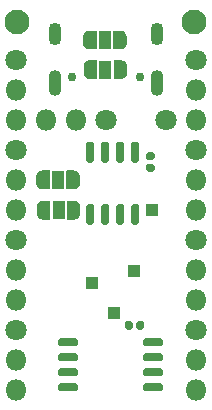
<source format=gbr>
%TF.GenerationSoftware,KiCad,Pcbnew,(5.1.6-0-10_14)*%
%TF.CreationDate,2022-02-28T20:49:00-06:00*%
%TF.ProjectId,Bonsai_C4,426f6e73-6169-45f4-9334-2e6b69636164,rev?*%
%TF.SameCoordinates,Original*%
%TF.FileFunction,Soldermask,Bot*%
%TF.FilePolarity,Negative*%
%FSLAX46Y46*%
G04 Gerber Fmt 4.6, Leading zero omitted, Abs format (unit mm)*
G04 Created by KiCad (PCBNEW (5.1.6-0-10_14)) date 2022-02-28 20:49:00*
%MOMM*%
%LPD*%
G01*
G04 APERTURE LIST*
%ADD10O,1.100000X2.200000*%
%ADD11O,1.100000X1.900000*%
%ADD12C,0.750000*%
%ADD13C,1.800000*%
%ADD14O,1.800000X1.800000*%
%ADD15C,0.100000*%
%ADD16R,1.100000X1.600000*%
%ADD17R,1.100000X1.100000*%
%ADD18C,2.100000*%
G04 APERTURE END LIST*
D10*
%TO.C,J3*%
X111940000Y-101975000D03*
D11*
X111940000Y-97800000D03*
D12*
X110510000Y-101480000D03*
X104730000Y-101480000D03*
D11*
X103300000Y-97800000D03*
D10*
X103300000Y-101980000D03*
%TD*%
%TO.C,C13*%
G36*
G01*
X111172500Y-108810000D02*
X111567500Y-108810000D01*
G75*
G02*
X111740000Y-108982500I0J-172500D01*
G01*
X111740000Y-109327500D01*
G75*
G02*
X111567500Y-109500000I-172500J0D01*
G01*
X111172500Y-109500000D01*
G75*
G02*
X111000000Y-109327500I0J172500D01*
G01*
X111000000Y-108982500D01*
G75*
G02*
X111172500Y-108810000I172500J0D01*
G01*
G37*
G36*
G01*
X111172500Y-107840000D02*
X111567500Y-107840000D01*
G75*
G02*
X111740000Y-108012500I0J-172500D01*
G01*
X111740000Y-108357500D01*
G75*
G02*
X111567500Y-108530000I-172500J0D01*
G01*
X111172500Y-108530000D01*
G75*
G02*
X111000000Y-108357500I0J172500D01*
G01*
X111000000Y-108012500D01*
G75*
G02*
X111172500Y-107840000I172500J0D01*
G01*
G37*
%TD*%
D13*
%TO.C,J4*%
X100000000Y-100000000D03*
D14*
X100000000Y-102540000D03*
X100000000Y-105080000D03*
X100000000Y-112700000D03*
X100000000Y-110160000D03*
D13*
X100000000Y-107620000D03*
X100000000Y-122860000D03*
D14*
X100000000Y-117780000D03*
D13*
X100000000Y-115240000D03*
D14*
X100000000Y-125400000D03*
X100000000Y-127940000D03*
X100000000Y-120320000D03*
%TD*%
D13*
%TO.C,J5*%
X115240000Y-100000000D03*
D14*
X115240000Y-102540000D03*
X115240000Y-105080000D03*
X115240000Y-112700000D03*
X115240000Y-110160000D03*
D13*
X115240000Y-107620000D03*
X115240000Y-122860000D03*
D14*
X115240000Y-117780000D03*
D13*
X115240000Y-115240000D03*
D14*
X115240000Y-125400000D03*
X115240000Y-127940000D03*
X115240000Y-120320000D03*
%TD*%
%TO.C,J1*%
X102540000Y-105080000D03*
X105080000Y-105080000D03*
D13*
X107620000Y-105080000D03*
%TD*%
%TO.C,J2*%
X112680000Y-105120000D03*
%TD*%
D15*
%TO.C,JP4*%
G36*
X102869755Y-111950961D02*
G01*
X102879134Y-111953806D01*
X102887779Y-111958427D01*
X102895355Y-111964645D01*
X102901573Y-111972221D01*
X102906194Y-111980866D01*
X102909039Y-111990245D01*
X102910000Y-112000000D01*
X102910000Y-113500000D01*
X102909039Y-113509755D01*
X102906194Y-113519134D01*
X102901573Y-113527779D01*
X102895355Y-113535355D01*
X102887779Y-113541573D01*
X102879134Y-113546194D01*
X102869755Y-113549039D01*
X102860000Y-113550000D01*
X102310000Y-113550000D01*
X102303889Y-113549398D01*
X102285466Y-113549398D01*
X102280565Y-113549157D01*
X102231734Y-113544347D01*
X102226881Y-113543627D01*
X102178756Y-113534055D01*
X102173995Y-113532863D01*
X102127040Y-113518619D01*
X102122421Y-113516966D01*
X102077088Y-113498189D01*
X102072651Y-113496091D01*
X102029378Y-113472960D01*
X102025171Y-113470438D01*
X101984372Y-113443178D01*
X101980430Y-113440254D01*
X101942501Y-113409126D01*
X101938866Y-113405831D01*
X101904169Y-113371134D01*
X101900874Y-113367499D01*
X101869746Y-113329570D01*
X101866822Y-113325628D01*
X101839562Y-113284829D01*
X101837040Y-113280622D01*
X101813909Y-113237349D01*
X101811811Y-113232912D01*
X101793034Y-113187579D01*
X101791381Y-113182960D01*
X101777137Y-113136005D01*
X101775945Y-113131244D01*
X101766373Y-113083119D01*
X101765653Y-113078266D01*
X101760843Y-113029435D01*
X101760602Y-113024534D01*
X101760602Y-113006111D01*
X101760000Y-113000000D01*
X101760000Y-112500000D01*
X101760602Y-112493889D01*
X101760602Y-112475466D01*
X101760843Y-112470565D01*
X101765653Y-112421734D01*
X101766373Y-112416881D01*
X101775945Y-112368756D01*
X101777137Y-112363995D01*
X101791381Y-112317040D01*
X101793034Y-112312421D01*
X101811811Y-112267088D01*
X101813909Y-112262651D01*
X101837040Y-112219378D01*
X101839562Y-112215171D01*
X101866822Y-112174372D01*
X101869746Y-112170430D01*
X101900874Y-112132501D01*
X101904169Y-112128866D01*
X101938866Y-112094169D01*
X101942501Y-112090874D01*
X101980430Y-112059746D01*
X101984372Y-112056822D01*
X102025171Y-112029562D01*
X102029378Y-112027040D01*
X102072651Y-112003909D01*
X102077088Y-112001811D01*
X102122421Y-111983034D01*
X102127040Y-111981381D01*
X102173995Y-111967137D01*
X102178756Y-111965945D01*
X102226881Y-111956373D01*
X102231734Y-111955653D01*
X102280565Y-111950843D01*
X102285466Y-111950602D01*
X102303889Y-111950602D01*
X102310000Y-111950000D01*
X102860000Y-111950000D01*
X102869755Y-111950961D01*
G37*
D16*
X103610000Y-112750000D03*
D15*
G36*
X104916111Y-111950602D02*
G01*
X104934534Y-111950602D01*
X104939435Y-111950843D01*
X104988266Y-111955653D01*
X104993119Y-111956373D01*
X105041244Y-111965945D01*
X105046005Y-111967137D01*
X105092960Y-111981381D01*
X105097579Y-111983034D01*
X105142912Y-112001811D01*
X105147349Y-112003909D01*
X105190622Y-112027040D01*
X105194829Y-112029562D01*
X105235628Y-112056822D01*
X105239570Y-112059746D01*
X105277499Y-112090874D01*
X105281134Y-112094169D01*
X105315831Y-112128866D01*
X105319126Y-112132501D01*
X105350254Y-112170430D01*
X105353178Y-112174372D01*
X105380438Y-112215171D01*
X105382960Y-112219378D01*
X105406091Y-112262651D01*
X105408189Y-112267088D01*
X105426966Y-112312421D01*
X105428619Y-112317040D01*
X105442863Y-112363995D01*
X105444055Y-112368756D01*
X105453627Y-112416881D01*
X105454347Y-112421734D01*
X105459157Y-112470565D01*
X105459398Y-112475466D01*
X105459398Y-112493889D01*
X105460000Y-112500000D01*
X105460000Y-113000000D01*
X105459398Y-113006111D01*
X105459398Y-113024534D01*
X105459157Y-113029435D01*
X105454347Y-113078266D01*
X105453627Y-113083119D01*
X105444055Y-113131244D01*
X105442863Y-113136005D01*
X105428619Y-113182960D01*
X105426966Y-113187579D01*
X105408189Y-113232912D01*
X105406091Y-113237349D01*
X105382960Y-113280622D01*
X105380438Y-113284829D01*
X105353178Y-113325628D01*
X105350254Y-113329570D01*
X105319126Y-113367499D01*
X105315831Y-113371134D01*
X105281134Y-113405831D01*
X105277499Y-113409126D01*
X105239570Y-113440254D01*
X105235628Y-113443178D01*
X105194829Y-113470438D01*
X105190622Y-113472960D01*
X105147349Y-113496091D01*
X105142912Y-113498189D01*
X105097579Y-113516966D01*
X105092960Y-113518619D01*
X105046005Y-113532863D01*
X105041244Y-113534055D01*
X104993119Y-113543627D01*
X104988266Y-113544347D01*
X104939435Y-113549157D01*
X104934534Y-113549398D01*
X104916111Y-113549398D01*
X104910000Y-113550000D01*
X104360000Y-113550000D01*
X104350245Y-113549039D01*
X104340866Y-113546194D01*
X104332221Y-113541573D01*
X104324645Y-113535355D01*
X104318427Y-113527779D01*
X104313806Y-113519134D01*
X104310961Y-113509755D01*
X104310000Y-113500000D01*
X104310000Y-112000000D01*
X104310961Y-111990245D01*
X104313806Y-111980866D01*
X104318427Y-111972221D01*
X104324645Y-111964645D01*
X104332221Y-111958427D01*
X104340866Y-111953806D01*
X104350245Y-111950961D01*
X104360000Y-111950000D01*
X104910000Y-111950000D01*
X104916111Y-111950602D01*
G37*
%TD*%
%TO.C,JP3*%
G36*
X102829755Y-109380961D02*
G01*
X102839134Y-109383806D01*
X102847779Y-109388427D01*
X102855355Y-109394645D01*
X102861573Y-109402221D01*
X102866194Y-109410866D01*
X102869039Y-109420245D01*
X102870000Y-109430000D01*
X102870000Y-110930000D01*
X102869039Y-110939755D01*
X102866194Y-110949134D01*
X102861573Y-110957779D01*
X102855355Y-110965355D01*
X102847779Y-110971573D01*
X102839134Y-110976194D01*
X102829755Y-110979039D01*
X102820000Y-110980000D01*
X102270000Y-110980000D01*
X102263889Y-110979398D01*
X102245466Y-110979398D01*
X102240565Y-110979157D01*
X102191734Y-110974347D01*
X102186881Y-110973627D01*
X102138756Y-110964055D01*
X102133995Y-110962863D01*
X102087040Y-110948619D01*
X102082421Y-110946966D01*
X102037088Y-110928189D01*
X102032651Y-110926091D01*
X101989378Y-110902960D01*
X101985171Y-110900438D01*
X101944372Y-110873178D01*
X101940430Y-110870254D01*
X101902501Y-110839126D01*
X101898866Y-110835831D01*
X101864169Y-110801134D01*
X101860874Y-110797499D01*
X101829746Y-110759570D01*
X101826822Y-110755628D01*
X101799562Y-110714829D01*
X101797040Y-110710622D01*
X101773909Y-110667349D01*
X101771811Y-110662912D01*
X101753034Y-110617579D01*
X101751381Y-110612960D01*
X101737137Y-110566005D01*
X101735945Y-110561244D01*
X101726373Y-110513119D01*
X101725653Y-110508266D01*
X101720843Y-110459435D01*
X101720602Y-110454534D01*
X101720602Y-110436111D01*
X101720000Y-110430000D01*
X101720000Y-109930000D01*
X101720602Y-109923889D01*
X101720602Y-109905466D01*
X101720843Y-109900565D01*
X101725653Y-109851734D01*
X101726373Y-109846881D01*
X101735945Y-109798756D01*
X101737137Y-109793995D01*
X101751381Y-109747040D01*
X101753034Y-109742421D01*
X101771811Y-109697088D01*
X101773909Y-109692651D01*
X101797040Y-109649378D01*
X101799562Y-109645171D01*
X101826822Y-109604372D01*
X101829746Y-109600430D01*
X101860874Y-109562501D01*
X101864169Y-109558866D01*
X101898866Y-109524169D01*
X101902501Y-109520874D01*
X101940430Y-109489746D01*
X101944372Y-109486822D01*
X101985171Y-109459562D01*
X101989378Y-109457040D01*
X102032651Y-109433909D01*
X102037088Y-109431811D01*
X102082421Y-109413034D01*
X102087040Y-109411381D01*
X102133995Y-109397137D01*
X102138756Y-109395945D01*
X102186881Y-109386373D01*
X102191734Y-109385653D01*
X102240565Y-109380843D01*
X102245466Y-109380602D01*
X102263889Y-109380602D01*
X102270000Y-109380000D01*
X102820000Y-109380000D01*
X102829755Y-109380961D01*
G37*
D16*
X103570000Y-110180000D03*
D15*
G36*
X104876111Y-109380602D02*
G01*
X104894534Y-109380602D01*
X104899435Y-109380843D01*
X104948266Y-109385653D01*
X104953119Y-109386373D01*
X105001244Y-109395945D01*
X105006005Y-109397137D01*
X105052960Y-109411381D01*
X105057579Y-109413034D01*
X105102912Y-109431811D01*
X105107349Y-109433909D01*
X105150622Y-109457040D01*
X105154829Y-109459562D01*
X105195628Y-109486822D01*
X105199570Y-109489746D01*
X105237499Y-109520874D01*
X105241134Y-109524169D01*
X105275831Y-109558866D01*
X105279126Y-109562501D01*
X105310254Y-109600430D01*
X105313178Y-109604372D01*
X105340438Y-109645171D01*
X105342960Y-109649378D01*
X105366091Y-109692651D01*
X105368189Y-109697088D01*
X105386966Y-109742421D01*
X105388619Y-109747040D01*
X105402863Y-109793995D01*
X105404055Y-109798756D01*
X105413627Y-109846881D01*
X105414347Y-109851734D01*
X105419157Y-109900565D01*
X105419398Y-109905466D01*
X105419398Y-109923889D01*
X105420000Y-109930000D01*
X105420000Y-110430000D01*
X105419398Y-110436111D01*
X105419398Y-110454534D01*
X105419157Y-110459435D01*
X105414347Y-110508266D01*
X105413627Y-110513119D01*
X105404055Y-110561244D01*
X105402863Y-110566005D01*
X105388619Y-110612960D01*
X105386966Y-110617579D01*
X105368189Y-110662912D01*
X105366091Y-110667349D01*
X105342960Y-110710622D01*
X105340438Y-110714829D01*
X105313178Y-110755628D01*
X105310254Y-110759570D01*
X105279126Y-110797499D01*
X105275831Y-110801134D01*
X105241134Y-110835831D01*
X105237499Y-110839126D01*
X105199570Y-110870254D01*
X105195628Y-110873178D01*
X105154829Y-110900438D01*
X105150622Y-110902960D01*
X105107349Y-110926091D01*
X105102912Y-110928189D01*
X105057579Y-110946966D01*
X105052960Y-110948619D01*
X105006005Y-110962863D01*
X105001244Y-110964055D01*
X104953119Y-110973627D01*
X104948266Y-110974347D01*
X104899435Y-110979157D01*
X104894534Y-110979398D01*
X104876111Y-110979398D01*
X104870000Y-110980000D01*
X104320000Y-110980000D01*
X104310245Y-110979039D01*
X104300866Y-110976194D01*
X104292221Y-110971573D01*
X104284645Y-110965355D01*
X104278427Y-110957779D01*
X104273806Y-110949134D01*
X104270961Y-110939755D01*
X104270000Y-110930000D01*
X104270000Y-109430000D01*
X104270961Y-109420245D01*
X104273806Y-109410866D01*
X104278427Y-109402221D01*
X104284645Y-109394645D01*
X104292221Y-109388427D01*
X104300866Y-109383806D01*
X104310245Y-109380961D01*
X104320000Y-109380000D01*
X104870000Y-109380000D01*
X104876111Y-109380602D01*
G37*
%TD*%
D17*
%TO.C,J8*%
X111500000Y-112730000D03*
%TD*%
D15*
%TO.C,JP1*%
G36*
X106788755Y-97543961D02*
G01*
X106798134Y-97546806D01*
X106806779Y-97551427D01*
X106814355Y-97557645D01*
X106820573Y-97565221D01*
X106825194Y-97573866D01*
X106828039Y-97583245D01*
X106829000Y-97593000D01*
X106829000Y-99093000D01*
X106828039Y-99102755D01*
X106825194Y-99112134D01*
X106820573Y-99120779D01*
X106814355Y-99128355D01*
X106806779Y-99134573D01*
X106798134Y-99139194D01*
X106788755Y-99142039D01*
X106779000Y-99143000D01*
X106229000Y-99143000D01*
X106222889Y-99142398D01*
X106204466Y-99142398D01*
X106199565Y-99142157D01*
X106150734Y-99137347D01*
X106145881Y-99136627D01*
X106097756Y-99127055D01*
X106092995Y-99125863D01*
X106046040Y-99111619D01*
X106041421Y-99109966D01*
X105996088Y-99091189D01*
X105991651Y-99089091D01*
X105948378Y-99065960D01*
X105944171Y-99063438D01*
X105903372Y-99036178D01*
X105899430Y-99033254D01*
X105861501Y-99002126D01*
X105857866Y-98998831D01*
X105823169Y-98964134D01*
X105819874Y-98960499D01*
X105788746Y-98922570D01*
X105785822Y-98918628D01*
X105758562Y-98877829D01*
X105756040Y-98873622D01*
X105732909Y-98830349D01*
X105730811Y-98825912D01*
X105712034Y-98780579D01*
X105710381Y-98775960D01*
X105696137Y-98729005D01*
X105694945Y-98724244D01*
X105685373Y-98676119D01*
X105684653Y-98671266D01*
X105679843Y-98622435D01*
X105679602Y-98617534D01*
X105679602Y-98599111D01*
X105679000Y-98593000D01*
X105679000Y-98093000D01*
X105679602Y-98086889D01*
X105679602Y-98068466D01*
X105679843Y-98063565D01*
X105684653Y-98014734D01*
X105685373Y-98009881D01*
X105694945Y-97961756D01*
X105696137Y-97956995D01*
X105710381Y-97910040D01*
X105712034Y-97905421D01*
X105730811Y-97860088D01*
X105732909Y-97855651D01*
X105756040Y-97812378D01*
X105758562Y-97808171D01*
X105785822Y-97767372D01*
X105788746Y-97763430D01*
X105819874Y-97725501D01*
X105823169Y-97721866D01*
X105857866Y-97687169D01*
X105861501Y-97683874D01*
X105899430Y-97652746D01*
X105903372Y-97649822D01*
X105944171Y-97622562D01*
X105948378Y-97620040D01*
X105991651Y-97596909D01*
X105996088Y-97594811D01*
X106041421Y-97576034D01*
X106046040Y-97574381D01*
X106092995Y-97560137D01*
X106097756Y-97558945D01*
X106145881Y-97549373D01*
X106150734Y-97548653D01*
X106199565Y-97543843D01*
X106204466Y-97543602D01*
X106222889Y-97543602D01*
X106229000Y-97543000D01*
X106779000Y-97543000D01*
X106788755Y-97543961D01*
G37*
D16*
X107529000Y-98343000D03*
D15*
G36*
X108835111Y-97543602D02*
G01*
X108853534Y-97543602D01*
X108858435Y-97543843D01*
X108907266Y-97548653D01*
X108912119Y-97549373D01*
X108960244Y-97558945D01*
X108965005Y-97560137D01*
X109011960Y-97574381D01*
X109016579Y-97576034D01*
X109061912Y-97594811D01*
X109066349Y-97596909D01*
X109109622Y-97620040D01*
X109113829Y-97622562D01*
X109154628Y-97649822D01*
X109158570Y-97652746D01*
X109196499Y-97683874D01*
X109200134Y-97687169D01*
X109234831Y-97721866D01*
X109238126Y-97725501D01*
X109269254Y-97763430D01*
X109272178Y-97767372D01*
X109299438Y-97808171D01*
X109301960Y-97812378D01*
X109325091Y-97855651D01*
X109327189Y-97860088D01*
X109345966Y-97905421D01*
X109347619Y-97910040D01*
X109361863Y-97956995D01*
X109363055Y-97961756D01*
X109372627Y-98009881D01*
X109373347Y-98014734D01*
X109378157Y-98063565D01*
X109378398Y-98068466D01*
X109378398Y-98086889D01*
X109379000Y-98093000D01*
X109379000Y-98593000D01*
X109378398Y-98599111D01*
X109378398Y-98617534D01*
X109378157Y-98622435D01*
X109373347Y-98671266D01*
X109372627Y-98676119D01*
X109363055Y-98724244D01*
X109361863Y-98729005D01*
X109347619Y-98775960D01*
X109345966Y-98780579D01*
X109327189Y-98825912D01*
X109325091Y-98830349D01*
X109301960Y-98873622D01*
X109299438Y-98877829D01*
X109272178Y-98918628D01*
X109269254Y-98922570D01*
X109238126Y-98960499D01*
X109234831Y-98964134D01*
X109200134Y-98998831D01*
X109196499Y-99002126D01*
X109158570Y-99033254D01*
X109154628Y-99036178D01*
X109113829Y-99063438D01*
X109109622Y-99065960D01*
X109066349Y-99089091D01*
X109061912Y-99091189D01*
X109016579Y-99109966D01*
X109011960Y-99111619D01*
X108965005Y-99125863D01*
X108960244Y-99127055D01*
X108912119Y-99136627D01*
X108907266Y-99137347D01*
X108858435Y-99142157D01*
X108853534Y-99142398D01*
X108835111Y-99142398D01*
X108829000Y-99143000D01*
X108279000Y-99143000D01*
X108269245Y-99142039D01*
X108259866Y-99139194D01*
X108251221Y-99134573D01*
X108243645Y-99128355D01*
X108237427Y-99120779D01*
X108232806Y-99112134D01*
X108229961Y-99102755D01*
X108229000Y-99093000D01*
X108229000Y-97593000D01*
X108229961Y-97583245D01*
X108232806Y-97573866D01*
X108237427Y-97565221D01*
X108243645Y-97557645D01*
X108251221Y-97551427D01*
X108259866Y-97546806D01*
X108269245Y-97543961D01*
X108279000Y-97543000D01*
X108829000Y-97543000D01*
X108835111Y-97543602D01*
G37*
%TD*%
%TO.C,JP2*%
G36*
X106832755Y-100053961D02*
G01*
X106842134Y-100056806D01*
X106850779Y-100061427D01*
X106858355Y-100067645D01*
X106864573Y-100075221D01*
X106869194Y-100083866D01*
X106872039Y-100093245D01*
X106873000Y-100103000D01*
X106873000Y-101603000D01*
X106872039Y-101612755D01*
X106869194Y-101622134D01*
X106864573Y-101630779D01*
X106858355Y-101638355D01*
X106850779Y-101644573D01*
X106842134Y-101649194D01*
X106832755Y-101652039D01*
X106823000Y-101653000D01*
X106273000Y-101653000D01*
X106266889Y-101652398D01*
X106248466Y-101652398D01*
X106243565Y-101652157D01*
X106194734Y-101647347D01*
X106189881Y-101646627D01*
X106141756Y-101637055D01*
X106136995Y-101635863D01*
X106090040Y-101621619D01*
X106085421Y-101619966D01*
X106040088Y-101601189D01*
X106035651Y-101599091D01*
X105992378Y-101575960D01*
X105988171Y-101573438D01*
X105947372Y-101546178D01*
X105943430Y-101543254D01*
X105905501Y-101512126D01*
X105901866Y-101508831D01*
X105867169Y-101474134D01*
X105863874Y-101470499D01*
X105832746Y-101432570D01*
X105829822Y-101428628D01*
X105802562Y-101387829D01*
X105800040Y-101383622D01*
X105776909Y-101340349D01*
X105774811Y-101335912D01*
X105756034Y-101290579D01*
X105754381Y-101285960D01*
X105740137Y-101239005D01*
X105738945Y-101234244D01*
X105729373Y-101186119D01*
X105728653Y-101181266D01*
X105723843Y-101132435D01*
X105723602Y-101127534D01*
X105723602Y-101109111D01*
X105723000Y-101103000D01*
X105723000Y-100603000D01*
X105723602Y-100596889D01*
X105723602Y-100578466D01*
X105723843Y-100573565D01*
X105728653Y-100524734D01*
X105729373Y-100519881D01*
X105738945Y-100471756D01*
X105740137Y-100466995D01*
X105754381Y-100420040D01*
X105756034Y-100415421D01*
X105774811Y-100370088D01*
X105776909Y-100365651D01*
X105800040Y-100322378D01*
X105802562Y-100318171D01*
X105829822Y-100277372D01*
X105832746Y-100273430D01*
X105863874Y-100235501D01*
X105867169Y-100231866D01*
X105901866Y-100197169D01*
X105905501Y-100193874D01*
X105943430Y-100162746D01*
X105947372Y-100159822D01*
X105988171Y-100132562D01*
X105992378Y-100130040D01*
X106035651Y-100106909D01*
X106040088Y-100104811D01*
X106085421Y-100086034D01*
X106090040Y-100084381D01*
X106136995Y-100070137D01*
X106141756Y-100068945D01*
X106189881Y-100059373D01*
X106194734Y-100058653D01*
X106243565Y-100053843D01*
X106248466Y-100053602D01*
X106266889Y-100053602D01*
X106273000Y-100053000D01*
X106823000Y-100053000D01*
X106832755Y-100053961D01*
G37*
D16*
X107573000Y-100853000D03*
D15*
G36*
X108879111Y-100053602D02*
G01*
X108897534Y-100053602D01*
X108902435Y-100053843D01*
X108951266Y-100058653D01*
X108956119Y-100059373D01*
X109004244Y-100068945D01*
X109009005Y-100070137D01*
X109055960Y-100084381D01*
X109060579Y-100086034D01*
X109105912Y-100104811D01*
X109110349Y-100106909D01*
X109153622Y-100130040D01*
X109157829Y-100132562D01*
X109198628Y-100159822D01*
X109202570Y-100162746D01*
X109240499Y-100193874D01*
X109244134Y-100197169D01*
X109278831Y-100231866D01*
X109282126Y-100235501D01*
X109313254Y-100273430D01*
X109316178Y-100277372D01*
X109343438Y-100318171D01*
X109345960Y-100322378D01*
X109369091Y-100365651D01*
X109371189Y-100370088D01*
X109389966Y-100415421D01*
X109391619Y-100420040D01*
X109405863Y-100466995D01*
X109407055Y-100471756D01*
X109416627Y-100519881D01*
X109417347Y-100524734D01*
X109422157Y-100573565D01*
X109422398Y-100578466D01*
X109422398Y-100596889D01*
X109423000Y-100603000D01*
X109423000Y-101103000D01*
X109422398Y-101109111D01*
X109422398Y-101127534D01*
X109422157Y-101132435D01*
X109417347Y-101181266D01*
X109416627Y-101186119D01*
X109407055Y-101234244D01*
X109405863Y-101239005D01*
X109391619Y-101285960D01*
X109389966Y-101290579D01*
X109371189Y-101335912D01*
X109369091Y-101340349D01*
X109345960Y-101383622D01*
X109343438Y-101387829D01*
X109316178Y-101428628D01*
X109313254Y-101432570D01*
X109282126Y-101470499D01*
X109278831Y-101474134D01*
X109244134Y-101508831D01*
X109240499Y-101512126D01*
X109202570Y-101543254D01*
X109198628Y-101546178D01*
X109157829Y-101573438D01*
X109153622Y-101575960D01*
X109110349Y-101599091D01*
X109105912Y-101601189D01*
X109060579Y-101619966D01*
X109055960Y-101621619D01*
X109009005Y-101635863D01*
X109004244Y-101637055D01*
X108956119Y-101646627D01*
X108951266Y-101647347D01*
X108902435Y-101652157D01*
X108897534Y-101652398D01*
X108879111Y-101652398D01*
X108873000Y-101653000D01*
X108323000Y-101653000D01*
X108313245Y-101652039D01*
X108303866Y-101649194D01*
X108295221Y-101644573D01*
X108287645Y-101638355D01*
X108281427Y-101630779D01*
X108276806Y-101622134D01*
X108273961Y-101612755D01*
X108273000Y-101603000D01*
X108273000Y-100103000D01*
X108273961Y-100093245D01*
X108276806Y-100083866D01*
X108281427Y-100075221D01*
X108287645Y-100067645D01*
X108295221Y-100061427D01*
X108303866Y-100056806D01*
X108313245Y-100053961D01*
X108323000Y-100053000D01*
X108873000Y-100053000D01*
X108879111Y-100053602D01*
G37*
%TD*%
%TO.C,U7*%
G36*
G01*
X106115000Y-112215000D02*
X106465000Y-112215000D01*
G75*
G02*
X106640000Y-112390000I0J-175000D01*
G01*
X106640000Y-113790000D01*
G75*
G02*
X106465000Y-113965000I-175000J0D01*
G01*
X106115000Y-113965000D01*
G75*
G02*
X105940000Y-113790000I0J175000D01*
G01*
X105940000Y-112390000D01*
G75*
G02*
X106115000Y-112215000I175000J0D01*
G01*
G37*
G36*
G01*
X107385000Y-112215000D02*
X107735000Y-112215000D01*
G75*
G02*
X107910000Y-112390000I0J-175000D01*
G01*
X107910000Y-113790000D01*
G75*
G02*
X107735000Y-113965000I-175000J0D01*
G01*
X107385000Y-113965000D01*
G75*
G02*
X107210000Y-113790000I0J175000D01*
G01*
X107210000Y-112390000D01*
G75*
G02*
X107385000Y-112215000I175000J0D01*
G01*
G37*
G36*
G01*
X108655000Y-112215000D02*
X109005000Y-112215000D01*
G75*
G02*
X109180000Y-112390000I0J-175000D01*
G01*
X109180000Y-113790000D01*
G75*
G02*
X109005000Y-113965000I-175000J0D01*
G01*
X108655000Y-113965000D01*
G75*
G02*
X108480000Y-113790000I0J175000D01*
G01*
X108480000Y-112390000D01*
G75*
G02*
X108655000Y-112215000I175000J0D01*
G01*
G37*
G36*
G01*
X109925000Y-112215000D02*
X110275000Y-112215000D01*
G75*
G02*
X110450000Y-112390000I0J-175000D01*
G01*
X110450000Y-113790000D01*
G75*
G02*
X110275000Y-113965000I-175000J0D01*
G01*
X109925000Y-113965000D01*
G75*
G02*
X109750000Y-113790000I0J175000D01*
G01*
X109750000Y-112390000D01*
G75*
G02*
X109925000Y-112215000I175000J0D01*
G01*
G37*
G36*
G01*
X109925000Y-106965000D02*
X110275000Y-106965000D01*
G75*
G02*
X110450000Y-107140000I0J-175000D01*
G01*
X110450000Y-108540000D01*
G75*
G02*
X110275000Y-108715000I-175000J0D01*
G01*
X109925000Y-108715000D01*
G75*
G02*
X109750000Y-108540000I0J175000D01*
G01*
X109750000Y-107140000D01*
G75*
G02*
X109925000Y-106965000I175000J0D01*
G01*
G37*
G36*
G01*
X108655000Y-106965000D02*
X109005000Y-106965000D01*
G75*
G02*
X109180000Y-107140000I0J-175000D01*
G01*
X109180000Y-108540000D01*
G75*
G02*
X109005000Y-108715000I-175000J0D01*
G01*
X108655000Y-108715000D01*
G75*
G02*
X108480000Y-108540000I0J175000D01*
G01*
X108480000Y-107140000D01*
G75*
G02*
X108655000Y-106965000I175000J0D01*
G01*
G37*
G36*
G01*
X107385000Y-106965000D02*
X107735000Y-106965000D01*
G75*
G02*
X107910000Y-107140000I0J-175000D01*
G01*
X107910000Y-108540000D01*
G75*
G02*
X107735000Y-108715000I-175000J0D01*
G01*
X107385000Y-108715000D01*
G75*
G02*
X107210000Y-108540000I0J175000D01*
G01*
X107210000Y-107140000D01*
G75*
G02*
X107385000Y-106965000I175000J0D01*
G01*
G37*
G36*
G01*
X106115000Y-106965000D02*
X106465000Y-106965000D01*
G75*
G02*
X106640000Y-107140000I0J-175000D01*
G01*
X106640000Y-108540000D01*
G75*
G02*
X106465000Y-108715000I-175000J0D01*
G01*
X106115000Y-108715000D01*
G75*
G02*
X105940000Y-108540000I0J175000D01*
G01*
X105940000Y-107140000D01*
G75*
G02*
X106115000Y-106965000I175000J0D01*
G01*
G37*
%TD*%
%TO.C,U6*%
G36*
G01*
X105260000Y-123750000D02*
X105260000Y-124100000D01*
G75*
G02*
X105085000Y-124275000I-175000J0D01*
G01*
X103735000Y-124275000D01*
G75*
G02*
X103560000Y-124100000I0J175000D01*
G01*
X103560000Y-123750000D01*
G75*
G02*
X103735000Y-123575000I175000J0D01*
G01*
X105085000Y-123575000D01*
G75*
G02*
X105260000Y-123750000I0J-175000D01*
G01*
G37*
G36*
G01*
X105260000Y-125020000D02*
X105260000Y-125370000D01*
G75*
G02*
X105085000Y-125545000I-175000J0D01*
G01*
X103735000Y-125545000D01*
G75*
G02*
X103560000Y-125370000I0J175000D01*
G01*
X103560000Y-125020000D01*
G75*
G02*
X103735000Y-124845000I175000J0D01*
G01*
X105085000Y-124845000D01*
G75*
G02*
X105260000Y-125020000I0J-175000D01*
G01*
G37*
G36*
G01*
X105260000Y-126290000D02*
X105260000Y-126640000D01*
G75*
G02*
X105085000Y-126815000I-175000J0D01*
G01*
X103735000Y-126815000D01*
G75*
G02*
X103560000Y-126640000I0J175000D01*
G01*
X103560000Y-126290000D01*
G75*
G02*
X103735000Y-126115000I175000J0D01*
G01*
X105085000Y-126115000D01*
G75*
G02*
X105260000Y-126290000I0J-175000D01*
G01*
G37*
G36*
G01*
X105260000Y-127560000D02*
X105260000Y-127910000D01*
G75*
G02*
X105085000Y-128085000I-175000J0D01*
G01*
X103735000Y-128085000D01*
G75*
G02*
X103560000Y-127910000I0J175000D01*
G01*
X103560000Y-127560000D01*
G75*
G02*
X103735000Y-127385000I175000J0D01*
G01*
X105085000Y-127385000D01*
G75*
G02*
X105260000Y-127560000I0J-175000D01*
G01*
G37*
G36*
G01*
X112460000Y-127560000D02*
X112460000Y-127910000D01*
G75*
G02*
X112285000Y-128085000I-175000J0D01*
G01*
X110935000Y-128085000D01*
G75*
G02*
X110760000Y-127910000I0J175000D01*
G01*
X110760000Y-127560000D01*
G75*
G02*
X110935000Y-127385000I175000J0D01*
G01*
X112285000Y-127385000D01*
G75*
G02*
X112460000Y-127560000I0J-175000D01*
G01*
G37*
G36*
G01*
X112460000Y-126290000D02*
X112460000Y-126640000D01*
G75*
G02*
X112285000Y-126815000I-175000J0D01*
G01*
X110935000Y-126815000D01*
G75*
G02*
X110760000Y-126640000I0J175000D01*
G01*
X110760000Y-126290000D01*
G75*
G02*
X110935000Y-126115000I175000J0D01*
G01*
X112285000Y-126115000D01*
G75*
G02*
X112460000Y-126290000I0J-175000D01*
G01*
G37*
G36*
G01*
X112460000Y-125020000D02*
X112460000Y-125370000D01*
G75*
G02*
X112285000Y-125545000I-175000J0D01*
G01*
X110935000Y-125545000D01*
G75*
G02*
X110760000Y-125370000I0J175000D01*
G01*
X110760000Y-125020000D01*
G75*
G02*
X110935000Y-124845000I175000J0D01*
G01*
X112285000Y-124845000D01*
G75*
G02*
X112460000Y-125020000I0J-175000D01*
G01*
G37*
G36*
G01*
X112460000Y-123750000D02*
X112460000Y-124100000D01*
G75*
G02*
X112285000Y-124275000I-175000J0D01*
G01*
X110935000Y-124275000D01*
G75*
G02*
X110760000Y-124100000I0J175000D01*
G01*
X110760000Y-123750000D01*
G75*
G02*
X110935000Y-123575000I175000J0D01*
G01*
X112285000Y-123575000D01*
G75*
G02*
X112460000Y-123750000I0J-175000D01*
G01*
G37*
%TD*%
%TO.C,C5*%
G36*
G01*
X109900000Y-122292500D02*
X109900000Y-122687500D01*
G75*
G02*
X109727500Y-122860000I-172500J0D01*
G01*
X109382500Y-122860000D01*
G75*
G02*
X109210000Y-122687500I0J172500D01*
G01*
X109210000Y-122292500D01*
G75*
G02*
X109382500Y-122120000I172500J0D01*
G01*
X109727500Y-122120000D01*
G75*
G02*
X109900000Y-122292500I0J-172500D01*
G01*
G37*
G36*
G01*
X110870000Y-122292500D02*
X110870000Y-122687500D01*
G75*
G02*
X110697500Y-122860000I-172500J0D01*
G01*
X110352500Y-122860000D01*
G75*
G02*
X110180000Y-122687500I0J172500D01*
G01*
X110180000Y-122292500D01*
G75*
G02*
X110352500Y-122120000I172500J0D01*
G01*
X110697500Y-122120000D01*
G75*
G02*
X110870000Y-122292500I0J-172500D01*
G01*
G37*
%TD*%
D17*
%TO.C,J15*%
X106410000Y-118922000D03*
%TD*%
%TO.C,J16*%
X108281000Y-121436000D03*
%TD*%
%TO.C,J14*%
X109995000Y-117938000D03*
%TD*%
D18*
%TO.C,MH2*%
X115110000Y-96780000D03*
%TD*%
%TO.C,MH1*%
X100130000Y-96780000D03*
%TD*%
M02*

</source>
